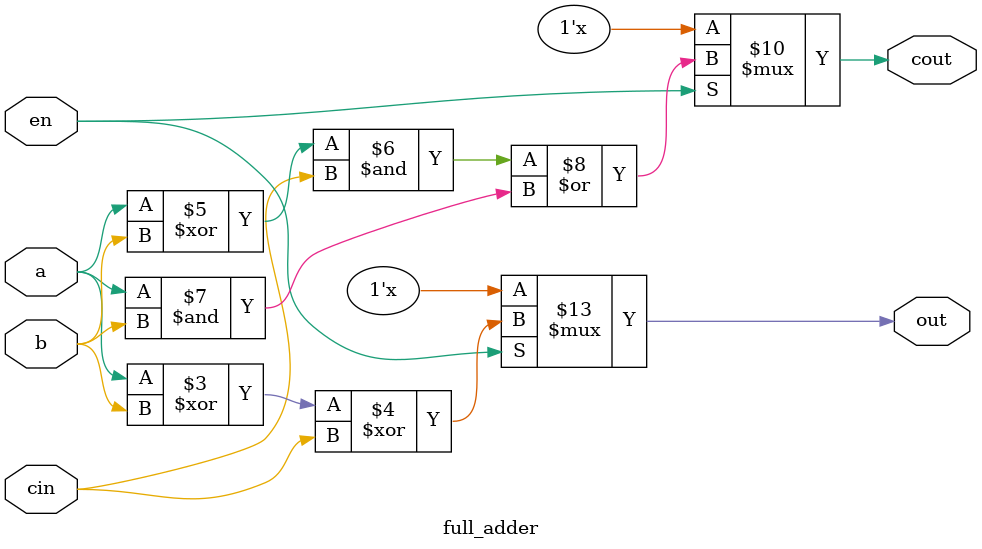
<source format=v>
`ifndef ADD_V
`define ADD_V


module half_adder (
    input  wire a,   // first input
    input  wire b,   // second input
    input  wire en,  // output enable gate
    output reg out, // output
    output reg cout // carry output
);
    always @(a, b, en) begin
        if(en == 1'b0) begin
            out = 1'bZ;
            cout = 1'bZ;
        end else begin
            out = a ^ b;
            cout = a & b;
        end
    end
endmodule

module full_adder (
    input  wire a,   // first input
    input  wire b,   // second input
    input  wire cin, // carry input
    input  wire en,  // output enable gate
    output reg out, // output
    output reg cout // carry output
);
    always @(a, b, cin, en) begin
        if(en == 1'b0) begin
            out = 1'bZ;
            cout = 1'bZ;
        end else begin
            out = (a ^ b ^ cin);
            cout = ((a ^ b) & cin) | (a & b);
        end
    end
endmodule

`endif  // ADD_V

</source>
